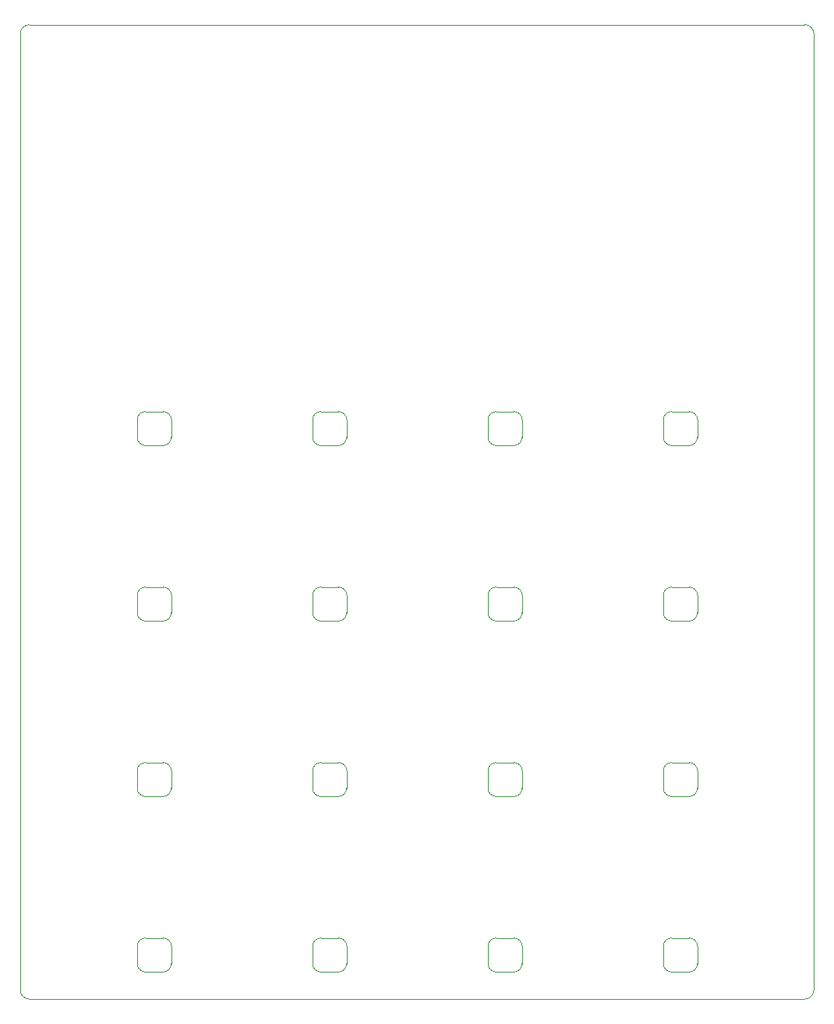
<source format=gbr>
%TF.GenerationSoftware,KiCad,Pcbnew,(5.1.6)-1*%
%TF.CreationDate,2020-09-22T20:03:52-05:00*%
%TF.ProjectId,rocketboard-16,726f636b-6574-4626-9f61-72642d31362e,1.1*%
%TF.SameCoordinates,Original*%
%TF.FileFunction,Profile,NP*%
%FSLAX46Y46*%
G04 Gerber Fmt 4.6, Leading zero omitted, Abs format (unit mm)*
G04 Created by KiCad (PCBNEW (5.1.6)-1) date 2020-09-22 20:03:52*
%MOMM*%
%LPD*%
G01*
G04 APERTURE LIST*
%TA.AperFunction,Profile*%
%ADD10C,0.100000*%
%TD*%
%TA.AperFunction,Profile*%
%ADD11C,0.050000*%
%TD*%
G04 APERTURE END LIST*
D10*
X165200000Y-45500000D02*
X81000000Y-45500000D01*
X165200000Y-45500000D02*
G75*
G02*
X166200000Y-46500000I0J-1000000D01*
G01*
X166200000Y-150300000D02*
X166200000Y-46500000D01*
X80000000Y-46500000D02*
G75*
G02*
X81000000Y-45500000I1000000J0D01*
G01*
X80000000Y-150300000D02*
X80000000Y-46500000D01*
X165200000Y-151300000D02*
X81000000Y-151300000D01*
X166200000Y-150300000D02*
G75*
G02*
X165200000Y-151300000I-1000000J0D01*
G01*
X81000000Y-151300000D02*
G75*
G02*
X80000000Y-150300000I0J1000000D01*
G01*
D11*
%TO.C,K16*%
X149850000Y-145550000D02*
X149850000Y-147450000D01*
X150750000Y-148350000D02*
X152650000Y-148350000D01*
X153550000Y-147450000D02*
X153550000Y-145550000D01*
X152650000Y-144650000D02*
X150750000Y-144650000D01*
X152650000Y-144650000D02*
G75*
G02*
X153550000Y-145550000I0J-900000D01*
G01*
X149850000Y-145550000D02*
G75*
G02*
X150750000Y-144650000I900000J0D01*
G01*
X150750000Y-148350000D02*
G75*
G02*
X149850000Y-147450000I0J900000D01*
G01*
X153550000Y-147450000D02*
G75*
G02*
X152650000Y-148350000I-900000J0D01*
G01*
%TO.C,K15*%
X130800000Y-145550000D02*
X130800000Y-147450000D01*
X131700000Y-148350000D02*
X133600000Y-148350000D01*
X134500000Y-147450000D02*
X134500000Y-145550000D01*
X133600000Y-144650000D02*
X131700000Y-144650000D01*
X133600000Y-144650000D02*
G75*
G02*
X134500000Y-145550000I0J-900000D01*
G01*
X130800000Y-145550000D02*
G75*
G02*
X131700000Y-144650000I900000J0D01*
G01*
X131700000Y-148350000D02*
G75*
G02*
X130800000Y-147450000I0J900000D01*
G01*
X134500000Y-147450000D02*
G75*
G02*
X133600000Y-148350000I-900000J0D01*
G01*
%TO.C,K14*%
X111750000Y-145550000D02*
X111750000Y-147450000D01*
X112650000Y-148350000D02*
X114550000Y-148350000D01*
X115450000Y-147450000D02*
X115450000Y-145550000D01*
X114550000Y-144650000D02*
X112650000Y-144650000D01*
X114550000Y-144650000D02*
G75*
G02*
X115450000Y-145550000I0J-900000D01*
G01*
X111750000Y-145550000D02*
G75*
G02*
X112650000Y-144650000I900000J0D01*
G01*
X112650000Y-148350000D02*
G75*
G02*
X111750000Y-147450000I0J900000D01*
G01*
X115450000Y-147450000D02*
G75*
G02*
X114550000Y-148350000I-900000J0D01*
G01*
%TO.C,K13*%
X92700000Y-145550000D02*
X92700000Y-147450000D01*
X93600000Y-148350000D02*
X95500000Y-148350000D01*
X96400000Y-147450000D02*
X96400000Y-145550000D01*
X95500000Y-144650000D02*
X93600000Y-144650000D01*
X95500000Y-144650000D02*
G75*
G02*
X96400000Y-145550000I0J-900000D01*
G01*
X92700000Y-145550000D02*
G75*
G02*
X93600000Y-144650000I900000J0D01*
G01*
X93600000Y-148350000D02*
G75*
G02*
X92700000Y-147450000I0J900000D01*
G01*
X96400000Y-147450000D02*
G75*
G02*
X95500000Y-148350000I-900000J0D01*
G01*
%TO.C,K12*%
X149850000Y-126500000D02*
X149850000Y-128400000D01*
X150750000Y-129300000D02*
X152650000Y-129300000D01*
X153550000Y-128400000D02*
X153550000Y-126500000D01*
X152650000Y-125600000D02*
X150750000Y-125600000D01*
X152650000Y-125600000D02*
G75*
G02*
X153550000Y-126500000I0J-900000D01*
G01*
X149850000Y-126500000D02*
G75*
G02*
X150750000Y-125600000I900000J0D01*
G01*
X150750000Y-129300000D02*
G75*
G02*
X149850000Y-128400000I0J900000D01*
G01*
X153550000Y-128400000D02*
G75*
G02*
X152650000Y-129300000I-900000J0D01*
G01*
%TO.C,K11*%
X130800000Y-126500000D02*
X130800000Y-128400000D01*
X131700000Y-129300000D02*
X133600000Y-129300000D01*
X134500000Y-128400000D02*
X134500000Y-126500000D01*
X133600000Y-125600000D02*
X131700000Y-125600000D01*
X133600000Y-125600000D02*
G75*
G02*
X134500000Y-126500000I0J-900000D01*
G01*
X130800000Y-126500000D02*
G75*
G02*
X131700000Y-125600000I900000J0D01*
G01*
X131700000Y-129300000D02*
G75*
G02*
X130800000Y-128400000I0J900000D01*
G01*
X134500000Y-128400000D02*
G75*
G02*
X133600000Y-129300000I-900000J0D01*
G01*
%TO.C,K10*%
X111750000Y-126500000D02*
X111750000Y-128400000D01*
X112650000Y-129300000D02*
X114550000Y-129300000D01*
X115450000Y-128400000D02*
X115450000Y-126500000D01*
X114550000Y-125600000D02*
X112650000Y-125600000D01*
X114550000Y-125600000D02*
G75*
G02*
X115450000Y-126500000I0J-900000D01*
G01*
X111750000Y-126500000D02*
G75*
G02*
X112650000Y-125600000I900000J0D01*
G01*
X112650000Y-129300000D02*
G75*
G02*
X111750000Y-128400000I0J900000D01*
G01*
X115450000Y-128400000D02*
G75*
G02*
X114550000Y-129300000I-900000J0D01*
G01*
%TO.C,K9*%
X92700000Y-126500000D02*
X92700000Y-128400000D01*
X93600000Y-129300000D02*
X95500000Y-129300000D01*
X96400000Y-128400000D02*
X96400000Y-126500000D01*
X95500000Y-125600000D02*
X93600000Y-125600000D01*
X95500000Y-125600000D02*
G75*
G02*
X96400000Y-126500000I0J-900000D01*
G01*
X92700000Y-126500000D02*
G75*
G02*
X93600000Y-125600000I900000J0D01*
G01*
X93600000Y-129300000D02*
G75*
G02*
X92700000Y-128400000I0J900000D01*
G01*
X96400000Y-128400000D02*
G75*
G02*
X95500000Y-129300000I-900000J0D01*
G01*
%TO.C,K8*%
X149850000Y-107450000D02*
X149850000Y-109350000D01*
X150750000Y-110250000D02*
X152650000Y-110250000D01*
X153550000Y-109350000D02*
X153550000Y-107450000D01*
X152650000Y-106550000D02*
X150750000Y-106550000D01*
X152650000Y-106550000D02*
G75*
G02*
X153550000Y-107450000I0J-900000D01*
G01*
X149850000Y-107450000D02*
G75*
G02*
X150750000Y-106550000I900000J0D01*
G01*
X150750000Y-110250000D02*
G75*
G02*
X149850000Y-109350000I0J900000D01*
G01*
X153550000Y-109350000D02*
G75*
G02*
X152650000Y-110250000I-900000J0D01*
G01*
%TO.C,K7*%
X130800000Y-107450000D02*
X130800000Y-109350000D01*
X131700000Y-110250000D02*
X133600000Y-110250000D01*
X134500000Y-109350000D02*
X134500000Y-107450000D01*
X133600000Y-106550000D02*
X131700000Y-106550000D01*
X133600000Y-106550000D02*
G75*
G02*
X134500000Y-107450000I0J-900000D01*
G01*
X130800000Y-107450000D02*
G75*
G02*
X131700000Y-106550000I900000J0D01*
G01*
X131700000Y-110250000D02*
G75*
G02*
X130800000Y-109350000I0J900000D01*
G01*
X134500000Y-109350000D02*
G75*
G02*
X133600000Y-110250000I-900000J0D01*
G01*
%TO.C,K6*%
X111750000Y-107450000D02*
X111750000Y-109350000D01*
X112650000Y-110250000D02*
X114550000Y-110250000D01*
X115450000Y-109350000D02*
X115450000Y-107450000D01*
X114550000Y-106550000D02*
X112650000Y-106550000D01*
X114550000Y-106550000D02*
G75*
G02*
X115450000Y-107450000I0J-900000D01*
G01*
X111750000Y-107450000D02*
G75*
G02*
X112650000Y-106550000I900000J0D01*
G01*
X112650000Y-110250000D02*
G75*
G02*
X111750000Y-109350000I0J900000D01*
G01*
X115450000Y-109350000D02*
G75*
G02*
X114550000Y-110250000I-900000J0D01*
G01*
%TO.C,K5*%
X92700000Y-107450000D02*
X92700000Y-109350000D01*
X93600000Y-110250000D02*
X95500000Y-110250000D01*
X96400000Y-109350000D02*
X96400000Y-107450000D01*
X95500000Y-106550000D02*
X93600000Y-106550000D01*
X95500000Y-106550000D02*
G75*
G02*
X96400000Y-107450000I0J-900000D01*
G01*
X92700000Y-107450000D02*
G75*
G02*
X93600000Y-106550000I900000J0D01*
G01*
X93600000Y-110250000D02*
G75*
G02*
X92700000Y-109350000I0J900000D01*
G01*
X96400000Y-109350000D02*
G75*
G02*
X95500000Y-110250000I-900000J0D01*
G01*
%TO.C,K4*%
X149850000Y-88400000D02*
X149850000Y-90300000D01*
X150750000Y-91200000D02*
X152650000Y-91200000D01*
X153550000Y-90300000D02*
X153550000Y-88400000D01*
X152650000Y-87500000D02*
X150750000Y-87500000D01*
X152650000Y-87500000D02*
G75*
G02*
X153550000Y-88400000I0J-900000D01*
G01*
X149850000Y-88400000D02*
G75*
G02*
X150750000Y-87500000I900000J0D01*
G01*
X150750000Y-91200000D02*
G75*
G02*
X149850000Y-90300000I0J900000D01*
G01*
X153550000Y-90300000D02*
G75*
G02*
X152650000Y-91200000I-900000J0D01*
G01*
%TO.C,K3*%
X130800000Y-88400000D02*
X130800000Y-90300000D01*
X131700000Y-91200000D02*
X133600000Y-91200000D01*
X134500000Y-90300000D02*
X134500000Y-88400000D01*
X133600000Y-87500000D02*
X131700000Y-87500000D01*
X133600000Y-87500000D02*
G75*
G02*
X134500000Y-88400000I0J-900000D01*
G01*
X130800000Y-88400000D02*
G75*
G02*
X131700000Y-87500000I900000J0D01*
G01*
X131700000Y-91200000D02*
G75*
G02*
X130800000Y-90300000I0J900000D01*
G01*
X134500000Y-90300000D02*
G75*
G02*
X133600000Y-91200000I-900000J0D01*
G01*
%TO.C,K2*%
X111750000Y-88400000D02*
X111750000Y-90300000D01*
X112650000Y-91200000D02*
X114550000Y-91200000D01*
X115450000Y-90300000D02*
X115450000Y-88400000D01*
X114550000Y-87500000D02*
X112650000Y-87500000D01*
X114550000Y-87500000D02*
G75*
G02*
X115450000Y-88400000I0J-900000D01*
G01*
X111750000Y-88400000D02*
G75*
G02*
X112650000Y-87500000I900000J0D01*
G01*
X112650000Y-91200000D02*
G75*
G02*
X111750000Y-90300000I0J900000D01*
G01*
X115450000Y-90300000D02*
G75*
G02*
X114550000Y-91200000I-900000J0D01*
G01*
%TO.C,K1*%
X92700000Y-88400000D02*
X92700000Y-90300000D01*
X93600000Y-91200000D02*
X95500000Y-91200000D01*
X96400000Y-90300000D02*
X96400000Y-88400000D01*
X95500000Y-87500000D02*
X93600000Y-87500000D01*
X95500000Y-87500000D02*
G75*
G02*
X96400000Y-88400000I0J-900000D01*
G01*
X92700000Y-88400000D02*
G75*
G02*
X93600000Y-87500000I900000J0D01*
G01*
X93600000Y-91200000D02*
G75*
G02*
X92700000Y-90300000I0J900000D01*
G01*
X96400000Y-90300000D02*
G75*
G02*
X95500000Y-91200000I-900000J0D01*
G01*
%TD*%
M02*

</source>
